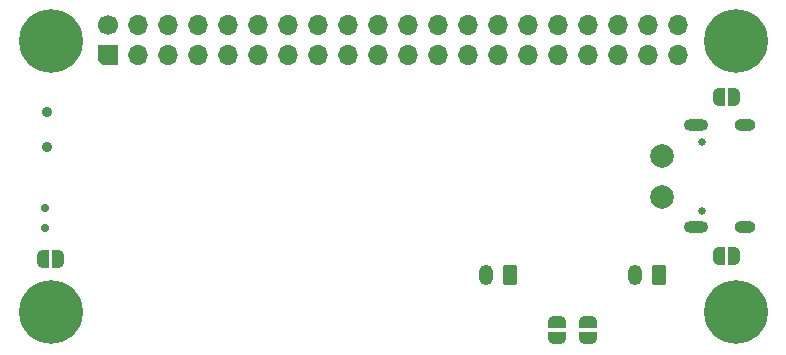
<source format=gbr>
%TF.GenerationSoftware,KiCad,Pcbnew,7.0.7*%
%TF.CreationDate,2023-09-16T21:48:38+03:00*%
%TF.ProjectId,picoups,7069636f-7570-4732-9e6b-696361645f70,1.1.0*%
%TF.SameCoordinates,Original*%
%TF.FileFunction,Soldermask,Top*%
%TF.FilePolarity,Negative*%
%FSLAX46Y46*%
G04 Gerber Fmt 4.6, Leading zero omitted, Abs format (unit mm)*
G04 Created by KiCad (PCBNEW 7.0.7) date 2023-09-16 21:48:38*
%MOMM*%
%LPD*%
G01*
G04 APERTURE LIST*
G04 Aperture macros list*
%AMRoundRect*
0 Rectangle with rounded corners*
0 $1 Rounding radius*
0 $2 $3 $4 $5 $6 $7 $8 $9 X,Y pos of 4 corners*
0 Add a 4 corners polygon primitive as box body*
4,1,4,$2,$3,$4,$5,$6,$7,$8,$9,$2,$3,0*
0 Add four circle primitives for the rounded corners*
1,1,$1+$1,$2,$3*
1,1,$1+$1,$4,$5*
1,1,$1+$1,$6,$7*
1,1,$1+$1,$8,$9*
0 Add four rect primitives between the rounded corners*
20,1,$1+$1,$2,$3,$4,$5,0*
20,1,$1+$1,$4,$5,$6,$7,0*
20,1,$1+$1,$6,$7,$8,$9,0*
20,1,$1+$1,$8,$9,$2,$3,0*%
%AMOutline5P*
0 Free polygon, 5 corners , with rotation*
0 The origin of the aperture is its center*
0 number of corners: always 5*
0 $1 to $10 corner X, Y*
0 $11 Rotation angle, in degrees counterclockwise*
0 create outline with 5 corners*
4,1,5,$1,$2,$3,$4,$5,$6,$7,$8,$9,$10,$1,$2,$11*%
%AMOutline6P*
0 Free polygon, 6 corners , with rotation*
0 The origin of the aperture is its center*
0 number of corners: always 6*
0 $1 to $12 corner X, Y*
0 $13 Rotation angle, in degrees counterclockwise*
0 create outline with 6 corners*
4,1,6,$1,$2,$3,$4,$5,$6,$7,$8,$9,$10,$11,$12,$1,$2,$13*%
%AMOutline7P*
0 Free polygon, 7 corners , with rotation*
0 The origin of the aperture is its center*
0 number of corners: always 7*
0 $1 to $14 corner X, Y*
0 $15 Rotation angle, in degrees counterclockwise*
0 create outline with 7 corners*
4,1,7,$1,$2,$3,$4,$5,$6,$7,$8,$9,$10,$11,$12,$13,$14,$1,$2,$15*%
%AMOutline8P*
0 Free polygon, 8 corners , with rotation*
0 The origin of the aperture is its center*
0 number of corners: always 8*
0 $1 to $16 corner X, Y*
0 $17 Rotation angle, in degrees counterclockwise*
0 create outline with 8 corners*
4,1,8,$1,$2,$3,$4,$5,$6,$7,$8,$9,$10,$11,$12,$13,$14,$15,$16,$1,$2,$17*%
%AMFreePoly0*
4,1,19,0.500000,-0.750000,0.000000,-0.750000,0.000000,-0.744911,-0.071157,-0.744911,-0.207708,-0.704816,-0.327430,-0.627875,-0.420627,-0.520320,-0.479746,-0.390866,-0.500000,-0.250000,-0.500000,0.250000,-0.479746,0.390866,-0.420627,0.520320,-0.327430,0.627875,-0.207708,0.704816,-0.071157,0.744911,0.000000,0.744911,0.000000,0.750000,0.500000,0.750000,0.500000,-0.750000,0.500000,-0.750000,
$1*%
%AMFreePoly1*
4,1,19,0.000000,0.744911,0.071157,0.744911,0.207708,0.704816,0.327430,0.627875,0.420627,0.520320,0.479746,0.390866,0.500000,0.250000,0.500000,-0.250000,0.479746,-0.390866,0.420627,-0.520320,0.327430,-0.627875,0.207708,-0.704816,0.071157,-0.744911,0.000000,-0.744911,0.000000,-0.750000,-0.500000,-0.750000,-0.500000,0.750000,0.000000,0.750000,0.000000,0.744911,0.000000,0.744911,
$1*%
G04 Aperture macros list end*
%ADD10FreePoly0,180.000000*%
%ADD11FreePoly1,180.000000*%
%ADD12FreePoly0,270.000000*%
%ADD13FreePoly1,270.000000*%
%ADD14Outline5P,-0.850000X0.425000X-0.425000X0.850000X0.850000X0.850000X0.850000X-0.850000X-0.850000X-0.850000X90.000000*%
%ADD15C,1.700000*%
%ADD16O,1.700000X1.700000*%
%ADD17C,5.400000*%
%ADD18C,2.000000*%
%ADD19FreePoly0,0.000000*%
%ADD20FreePoly1,0.000000*%
%ADD21RoundRect,0.250000X0.350000X0.625000X-0.350000X0.625000X-0.350000X-0.625000X0.350000X-0.625000X0*%
%ADD22O,1.200000X1.750000*%
%ADD23C,0.700000*%
%ADD24C,0.650000*%
%ADD25O,1.800000X1.000000*%
%ADD26O,2.100000X1.000000*%
%ADD27C,0.900000*%
G04 APERTURE END LIST*
D10*
%TO.C,JP1*%
X95150000Y-114000000D03*
D11*
X93850000Y-114000000D03*
%TD*%
D12*
%TO.C,JP3*%
X140000000Y-119350000D03*
D13*
X140000000Y-120650000D03*
%TD*%
D14*
%TO.C,J4*%
X99400000Y-96750000D03*
D15*
X99400000Y-94210000D03*
D16*
X101940000Y-96750000D03*
X101940000Y-94210000D03*
X104480000Y-96750000D03*
X104480000Y-94210000D03*
X107020000Y-96750000D03*
X107020000Y-94210000D03*
X109560000Y-96750000D03*
X109560000Y-94210000D03*
X112100000Y-96750000D03*
X112100000Y-94210000D03*
X114640000Y-96750000D03*
X114640000Y-94210000D03*
X117180000Y-96750000D03*
X117180000Y-94210000D03*
X119720000Y-96750000D03*
X119720000Y-94210000D03*
X122260000Y-96750000D03*
X122260000Y-94210000D03*
X124800000Y-96750000D03*
X124800000Y-94210000D03*
X127340000Y-96750000D03*
X127340000Y-94210000D03*
X129880000Y-96750000D03*
X129880000Y-94210000D03*
X132420000Y-96750000D03*
X132420000Y-94210000D03*
X134960000Y-96750000D03*
X134960000Y-94210000D03*
X137500000Y-96750000D03*
X137500000Y-94210000D03*
X140040000Y-96750000D03*
X140040000Y-94210000D03*
X142580000Y-96750000D03*
X142580000Y-94210000D03*
X145120000Y-96750000D03*
X145120000Y-94210000D03*
X147660000Y-96750000D03*
X147660000Y-94210000D03*
%TD*%
D12*
%TO.C,JP2*%
X137400000Y-119350000D03*
D13*
X137400000Y-120650000D03*
%TD*%
D17*
%TO.C,REF\u002A\u002A*%
X94500000Y-118500000D03*
%TD*%
%TO.C,REF\u002A\u002A*%
X152500000Y-95500000D03*
%TD*%
D18*
%TO.C,TP2*%
X146250000Y-108750000D03*
%TD*%
%TO.C,TP1*%
X146250000Y-105250000D03*
%TD*%
D19*
%TO.C,JP4*%
X151100000Y-113750000D03*
D20*
X152400000Y-113750000D03*
%TD*%
D17*
%TO.C,REF\u002A\u002A*%
X94500000Y-95500000D03*
%TD*%
%TO.C,REF\u002A\u002A*%
X152500000Y-118500000D03*
%TD*%
D19*
%TO.C,JP5*%
X151100000Y-100250000D03*
D20*
X152400000Y-100250000D03*
%TD*%
D21*
%TO.C,J1*%
X146000000Y-115300000D03*
D22*
X144000000Y-115300000D03*
%TD*%
D23*
%TO.C,SW2*%
X94000000Y-109650000D03*
X94000000Y-111350000D03*
%TD*%
D24*
%TO.C,J3*%
X149645000Y-104110000D03*
X149645000Y-109890000D03*
D25*
X153325000Y-102680000D03*
D26*
X149145000Y-102680000D03*
D25*
X153325000Y-111320000D03*
D26*
X149145000Y-111320000D03*
%TD*%
D21*
%TO.C,J2*%
X133400000Y-115300000D03*
D22*
X131400000Y-115300000D03*
%TD*%
D27*
%TO.C,SW1*%
X94170000Y-104500000D03*
X94170000Y-101500000D03*
%TD*%
M02*

</source>
